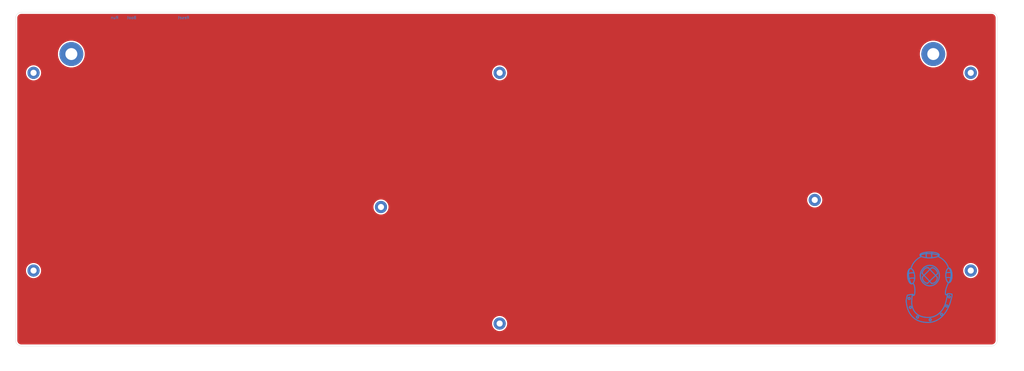
<source format=kicad_pcb>
(kicad_pcb (version 20171130) (host pcbnew "(5.1.10)-1")

  (general
    (thickness 1.6)
    (drawings 484)
    (tracks 0)
    (zones 0)
    (modules 10)
    (nets 1)
  )

  (page User 450.012 250.012)
  (title_block
    (title "PyKey87 Bottom Plate")
    (date 2021-11-12)
    (comment 1 "nitronarcosis & Pierre Constantineau")
  )

  (layers
    (0 F.Cu signal)
    (31 B.Cu signal)
    (32 B.Adhes user)
    (33 F.Adhes user)
    (34 B.Paste user)
    (35 F.Paste user)
    (36 B.SilkS user)
    (37 F.SilkS user)
    (38 B.Mask user)
    (39 F.Mask user)
    (40 Dwgs.User user)
    (41 Cmts.User user)
    (42 Eco1.User user)
    (43 Eco2.User user)
    (44 Edge.Cuts user)
    (45 Margin user)
    (46 B.CrtYd user)
    (47 F.CrtYd user)
    (48 B.Fab user)
    (49 F.Fab user)
  )

  (setup
    (last_trace_width 0.25)
    (trace_clearance 0.2)
    (zone_clearance 0.508)
    (zone_45_only no)
    (trace_min 0.2)
    (via_size 0.8)
    (via_drill 0.4)
    (via_min_size 0.4)
    (via_min_drill 0.3)
    (uvia_size 0.3)
    (uvia_drill 0.1)
    (uvias_allowed no)
    (uvia_min_size 0.2)
    (uvia_min_drill 0.1)
    (edge_width 0.05)
    (segment_width 0.2)
    (pcb_text_width 0.3)
    (pcb_text_size 1.5 1.5)
    (mod_edge_width 0.12)
    (mod_text_size 1 1)
    (mod_text_width 0.15)
    (pad_size 4.4 4.4)
    (pad_drill 2.2)
    (pad_to_mask_clearance 0.051)
    (solder_mask_min_width 0.25)
    (aux_axis_origin 0 0)
    (visible_elements 7FFFFFFF)
    (pcbplotparams
      (layerselection 0x010fc_ffffffff)
      (usegerberextensions true)
      (usegerberattributes true)
      (usegerberadvancedattributes false)
      (creategerberjobfile false)
      (excludeedgelayer true)
      (linewidth 0.100000)
      (plotframeref false)
      (viasonmask false)
      (mode 1)
      (useauxorigin false)
      (hpglpennumber 1)
      (hpglpenspeed 20)
      (hpglpendiameter 15.000000)
      (psnegative false)
      (psa4output false)
      (plotreference true)
      (plotvalue true)
      (plotinvisibletext false)
      (padsonsilk false)
      (subtractmaskfromsilk true)
      (outputformat 1)
      (mirror false)
      (drillshape 0)
      (scaleselection 1)
      (outputdirectory "Gerber/"))
  )

  (net 0 "")

  (net_class Default "This is the default net class."
    (clearance 0.2)
    (trace_width 0.25)
    (via_dia 0.8)
    (via_drill 0.4)
    (uvia_dia 0.3)
    (uvia_drill 0.1)
  )

  (module MountingHole:MountingHole_2.2mm_M2_Pad (layer F.Cu) (tedit 619176EA) (tstamp 618E17F5)
    (at 65.405 132.875)
    (descr "Mounting Hole 2.2mm, M2")
    (tags "mounting hole 2.2mm m2")
    (path /618E2E1F)
    (attr virtual)
    (fp_text reference H4 (at 0 -3.7) (layer F.SilkS) hide
      (effects (font (size 1 1) (thickness 0.15)))
    )
    (fp_text value MountingHole_Pad (at 0 3.7) (layer F.Fab)
      (effects (font (size 1 1) (thickness 0.15)))
    )
    (fp_circle (center 0 0) (end 2.2 0) (layer Cmts.User) (width 0.15))
    (fp_circle (center 0 0) (end 2.45 0) (layer F.CrtYd) (width 0.05))
    (fp_text user %R (at 0.3 0) (layer F.Fab)
      (effects (font (size 1 1) (thickness 0.15)))
    )
    (pad "" thru_hole circle (at 0 0) (size 4.4 4.4) (drill 2.2) (layers *.Cu *.Mask))
  )

  (module MountingHole:MountingHole_2.2mm_M2_Pad (layer F.Cu) (tedit 61917765) (tstamp 618F6403)
    (at 190.365 110.015)
    (descr "Mounting Hole 2.2mm, M2")
    (tags "mounting hole 2.2mm m2")
    (path /618F6366)
    (attr virtual)
    (fp_text reference H8 (at 0 -3.2) (layer F.SilkS) hide
      (effects (font (size 1 1) (thickness 0.15)))
    )
    (fp_text value MountingHole_Pad (at 0 3.2) (layer F.Fab)
      (effects (font (size 1 1) (thickness 0.15)))
    )
    (fp_circle (center 0 0) (end 2.2 0) (layer Cmts.User) (width 0.15))
    (fp_circle (center 0 0) (end 2.45 0) (layer F.CrtYd) (width 0.05))
    (fp_text user %R (at 0.3 0) (layer F.Fab)
      (effects (font (size 1 1) (thickness 0.15)))
    )
    (pad "" thru_hole circle (at 0 0) (size 4.4 4.4) (drill 2.2) (layers *.Cu *.Mask))
  )

  (module MountingHole:MountingHole_2.2mm_M2_Pad (layer F.Cu) (tedit 6191777B) (tstamp 618F25D1)
    (at 346.375 107.475)
    (descr "Mounting Hole 2.2mm, M2")
    (tags "mounting hole 2.2mm m2")
    (path /618ECBEC)
    (attr virtual)
    (fp_text reference H7 (at 0 -3.7) (layer F.SilkS) hide
      (effects (font (size 1 1) (thickness 0.15)))
    )
    (fp_text value MountingHole_Pad (at 0 3.7) (layer F.Fab)
      (effects (font (size 1 1) (thickness 0.15)))
    )
    (fp_circle (center 0 0) (end 2.2 0) (layer Cmts.User) (width 0.15))
    (fp_circle (center 0 0) (end 2.45 0) (layer F.CrtYd) (width 0.05))
    (fp_text user %R (at 0.3 0) (layer F.Fab)
      (effects (font (size 1 1) (thickness 0.15)))
    )
    (pad "" thru_hole circle (at 0 0) (size 4.4 4.4) (drill 2.2) (layers *.Cu *.Mask))
  )

  (module MountingHole:MountingHole_2.2mm_M2_Pad (layer F.Cu) (tedit 6191779B) (tstamp 618E1805)
    (at 402.495 132.875)
    (descr "Mounting Hole 2.2mm, M2")
    (tags "mounting hole 2.2mm m2")
    (path /618E32F3)
    (attr virtual)
    (fp_text reference H6 (at 0 -3.7) (layer F.SilkS) hide
      (effects (font (size 1 1) (thickness 0.15)))
    )
    (fp_text value MountingHole_Pad (at 0 3.7) (layer F.Fab)
      (effects (font (size 1 1) (thickness 0.15)))
    )
    (fp_circle (center 0 0) (end 2.2 0) (layer Cmts.User) (width 0.15))
    (fp_circle (center 0 0) (end 2.45 0) (layer F.CrtYd) (width 0.05))
    (fp_text user %R (at 0.3 0) (layer F.Fab)
      (effects (font (size 1 1) (thickness 0.15)))
    )
    (pad "" thru_hole circle (at 0 0) (size 4.4 4.4) (drill 2.2) (layers *.Cu *.Mask))
  )

  (module MountingHole:MountingHole_2.2mm_M2_Pad (layer F.Cu) (tedit 61917813) (tstamp 618E17FD)
    (at 233.045 151.925)
    (descr "Mounting Hole 2.2mm, M2")
    (tags "mounting hole 2.2mm m2")
    (path /618E2631)
    (attr virtual)
    (fp_text reference H5 (at 0 -3.7) (layer F.SilkS) hide
      (effects (font (size 1 1) (thickness 0.15)))
    )
    (fp_text value MountingHole_Pad (at 0 3.7) (layer F.Fab)
      (effects (font (size 1 1) (thickness 0.15)))
    )
    (fp_circle (center 0 0) (end 2.2 0) (layer Cmts.User) (width 0.15))
    (fp_circle (center 0 0) (end 2.45 0) (layer F.CrtYd) (width 0.05))
    (fp_text user %R (at 0.3 0) (layer F.Fab)
      (effects (font (size 1 1) (thickness 0.15)))
    )
    (pad "" thru_hole circle (at 0 0) (size 4.4 4.4) (drill 2.2) (layers *.Cu *.Mask))
  )

  (module MountingHole:MountingHole_2.2mm_M2_Pad (layer F.Cu) (tedit 6191778B) (tstamp 618E17ED)
    (at 402.495 61.755)
    (descr "Mounting Hole 2.2mm, M2")
    (tags "mounting hole 2.2mm m2")
    (path /618E2394)
    (attr virtual)
    (fp_text reference H3 (at 0 -3.7) (layer F.SilkS) hide
      (effects (font (size 1 1) (thickness 0.15)))
    )
    (fp_text value MountingHole_Pad (at 0 3.7) (layer F.Fab)
      (effects (font (size 1 1) (thickness 0.15)))
    )
    (fp_circle (center 0 0) (end 2.2 0) (layer Cmts.User) (width 0.15))
    (fp_circle (center 0 0) (end 2.45 0) (layer F.CrtYd) (width 0.05))
    (fp_text user %R (at 0.3 0) (layer F.Fab)
      (effects (font (size 1 1) (thickness 0.15)))
    )
    (pad "" thru_hole circle (at 0 0) (size 4.4 4.4) (drill 2.2) (layers *.Cu *.Mask))
  )

  (module MountingHole:MountingHole_2.2mm_M2_Pad (layer F.Cu) (tedit 619176C9) (tstamp 618E17E5)
    (at 233.045 61.755)
    (descr "Mounting Hole 2.2mm, M2")
    (tags "mounting hole 2.2mm m2")
    (path /618E16B1)
    (attr virtual)
    (fp_text reference H2 (at 0 -3.7) (layer F.SilkS) hide
      (effects (font (size 1 1) (thickness 0.15)))
    )
    (fp_text value MountingHole_Pad (at 0 3.7) (layer F.Fab)
      (effects (font (size 1 1) (thickness 0.15)))
    )
    (fp_circle (center 0 0) (end 2.2 0) (layer Cmts.User) (width 0.15))
    (fp_circle (center 0 0) (end 2.45 0) (layer F.CrtYd) (width 0.05))
    (fp_text user %R (at 0.3 0) (layer F.Fab)
      (effects (font (size 1 1) (thickness 0.15)))
    )
    (pad "" thru_hole circle (at 0 0) (size 4.4 4.4) (drill 2.2) (layers *.Cu *.Mask))
  )

  (module MountingHole:MountingHole_2.2mm_M2_Pad (layer F.Cu) (tedit 619176B5) (tstamp 618E17DD)
    (at 65.405 61.755)
    (descr "Mounting Hole 2.2mm, M2")
    (tags "mounting hole 2.2mm m2")
    (path /618E2AF4)
    (attr virtual)
    (fp_text reference H1 (at 0 -3.7) (layer F.SilkS) hide
      (effects (font (size 1 1) (thickness 0.15)))
    )
    (fp_text value MountingHole_Pad (at 0 3.7) (layer F.Fab) hide
      (effects (font (size 1 1) (thickness 0.15)))
    )
    (fp_circle (center 0 0) (end 2.2 0) (layer Cmts.User) (width 0.15))
    (fp_circle (center 0 0) (end 2.45 0) (layer F.CrtYd) (width 0.05))
    (fp_text user %R (at 0.3 0) (layer F.Fab) hide
      (effects (font (size 1 1) (thickness 0.15)))
    )
    (pad "" thru_hole circle (at 0 0) (size 4.4 4.4) (drill 2.2) (layers *.Cu *.Mask))
  )

  (module MountingHole:MountingHole_4.3mm_M4_Pad (layer F.Cu) (tedit 61917782) (tstamp 618E1C07)
    (at 389 55)
    (descr "Mounting Hole 4.3mm, M4")
    (tags "mounting hole 4.3mm m4")
    (path /618E4FDD)
    (attr virtual)
    (fp_text reference H10 (at 0 -5.3) (layer F.SilkS) hide
      (effects (font (size 1 1) (thickness 0.15)))
    )
    (fp_text value MountingHole_Pad (at 0 5.3) (layer F.Fab)
      (effects (font (size 1 1) (thickness 0.15)))
    )
    (fp_circle (center 0 0) (end 4.3 0) (layer Cmts.User) (width 0.15))
    (fp_circle (center 0 0) (end 4.55 0) (layer F.CrtYd) (width 0.05))
    (fp_text user %R (at 0.3 0) (layer F.Fab)
      (effects (font (size 1 1) (thickness 0.15)))
    )
    (pad "" thru_hole circle (at 0 0) (size 8.6 8.6) (drill 4.3) (layers *.Cu *.Mask))
  )

  (module MountingHole:MountingHole_4.3mm_M4_Pad (layer F.Cu) (tedit 619176A5) (tstamp 618E1BFF)
    (at 79 55)
    (descr "Mounting Hole 4.3mm, M4")
    (tags "mounting hole 4.3mm m4")
    (path /618E47BC)
    (attr virtual)
    (fp_text reference H9 (at 0 -5.3) (layer F.SilkS) hide
      (effects (font (size 1 1) (thickness 0.15)))
    )
    (fp_text value MountingHole_Pad (at 0 5.3) (layer F.Fab) hide
      (effects (font (size 1 1) (thickness 0.15)))
    )
    (fp_circle (center 0 0) (end 4.3 0) (layer Cmts.User) (width 0.15))
    (fp_circle (center 0 0) (end 4.55 0) (layer F.CrtYd) (width 0.05))
    (fp_text user %R (at 0.3 0) (layer F.Fab) hide
      (effects (font (size 1 1) (thickness 0.15)))
    )
    (pad "" thru_hole circle (at 0 0) (size 8.6 8.6) (drill 4.3) (layers *.Cu *.Mask))
  )

  (gr_line (start 395.409885 134.276167) (end 395.401065 134.704387) (layer B.Cu) (width 0.36) (tstamp 61932DDF))
  (gr_line (start 388.428765 127.578601) (end 388.427685 127.260433) (layer B.Cu) (width 0.36) (tstamp 61932DD3))
  (gr_line (start 385.875663 137.029447) (end 386.197682 137.249227) (layer B.Cu) (width 0.36) (tstamp 61932DC9))
  (gr_line (start 385.801935 126.861949) (end 386.305809 126.796411) (layer B.Cu) (width 0.36) (tstamp 61932DC8))
  (gr_line (start 395.170485 132.924295) (end 395.301705 133.381567) (layer B.Cu) (width 0.36) (tstamp 61932DC6))
  (gr_line (start 386.473766 127.154413) (end 386.456685 127.413037) (layer B.Cu) (width 0.36) (tstamp 61932DC4))
  (gr_line (start 382.294414 135.900867) (end 382.210034 136.378365) (layer B.Cu) (width 0.36) (tstamp 61932DE5))
  (gr_line (start 395.105504 133.599367) (end 394.766205 133.558507) (layer B.Cu) (width 0.36) (tstamp 61932DD9))
  (gr_line (start 386.464731 127.678555) (end 386.503809 127.944559) (layer B.Cu) (width 0.36) (tstamp 61932DC5))
  (gr_line (start 381.478886 137.582242) (end 381.232048 137.646216) (layer B.Cu) (width 0.36) (tstamp 61932DE9))
  (gr_line (start 391.974405 128.503729) (end 392.551485 128.950885) (layer B.Cu) (width 0.36) (tstamp 61932DF6))
  (gr_line (start 389.951385 127.045927) (end 390.341985 127.149229) (layer B.Cu) (width 0.36) (tstamp 61932DE0))
  (gr_line (start 393.528884 130.003057) (end 393.919125 130.602637) (layer B.Cu) (width 0.36) (tstamp 61932DEE))
  (gr_line (start 381.529365 130.787659) (end 381.911703 130.161781) (layer B.Cu) (width 0.36) (tstamp 61932DE2))
  (gr_line (start 388.427685 127.260433) (end 388.451625 126.960176) (layer B.Cu) (width 0.36) (tstamp 61932DD8))
  (gr_line (start 380.593881 132.22389) (end 380.717893 132.176803) (layer B.Cu) (width 0.36) (tstamp 61932DE7))
  (gr_line (start 386.197682 137.249227) (end 386.528936 137.385847) (layer B.Cu) (width 0.36) (tstamp 61932DD7))
  (gr_line (start 380.240025 132.919507) (end 380.152221 133.372387) (layer B.Cu) (width 0.36) (tstamp 61932DD6))
  (gr_line (start 395.379105 133.833727) (end 395.409885 134.276167) (layer B.Cu) (width 0.36) (tstamp 61932DC7))
  (gr_line (start 395.401065 134.704387) (end 395.359845 135.113707) (layer B.Cu) (width 0.36) (tstamp 61932DDE))
  (gr_line (start 379.932371 136.002904) (end 379.823966 135.493751) (layer B.Cu) (width 0.36) (tstamp 61932DF3))
  (gr_line (start 381.2216 131.454505) (end 381.529365 130.787659) (layer B.Cu) (width 0.36) (tstamp 61932DF0))
  (gr_line (start 381.70662 137.416255) (end 381.478886 137.582242) (layer B.Cu) (width 0.36) (tstamp 61932DEB))
  (gr_line (start 386.676483 126.316063) (end 386.559987 126.683246) (layer B.Cu) (width 0.36) (tstamp 61932DD5))
  (gr_line (start 384.081369 128.166517) (end 384.757521 127.819405) (layer B.Cu) (width 0.36) (tstamp 61932DF5))
  (gr_line (start 395.292885 135.499447) (end 395.110725 136.182187) (layer B.Cu) (width 0.36) (tstamp 61932DCC))
  (gr_line (start 395.146185 135.440948) (end 395.336625 135.513848) (layer B.Cu) (width 0.36) (tstamp 61932DD0))
  (gr_line (start 380.847603 132.15699) (end 380.979297 132.165511) (layer B.Cu) (width 0.36) (tstamp 61932DED))
  (gr_line (start 380.717893 132.176803) (end 380.847603 132.15699) (layer B.Cu) (width 0.36) (tstamp 61932DEA))
  (gr_line (start 385.339101 126.961147) (end 385.801935 126.861949) (layer B.Cu) (width 0.36) (tstamp 61932DDD))
  (gr_line (start 384.319563 127.488727) (end 384.585657 127.271755) (layer B.Cu) (width 0.36) (tstamp 61932DDA))
  (gr_line (start 390.341985 127.149229) (end 390.663105 127.261045) (layer B.Cu) (width 0.36) (tstamp 61932DD2))
  (gr_line (start 395.336625 135.513848) (end 395.641905 135.710047) (layer B.Cu) (width 0.36) (tstamp 61932DD1))
  (gr_line (start 393.641565 135.400447) (end 394.371105 135.344827) (layer B.Cu) (width 0.36) (tstamp 61932DCF))
  (gr_line (start 386.503809 127.944559) (end 386.579733 128.204677) (layer B.Cu) (width 0.36) (tstamp 61932DCE))
  (gr_line (start 382.363341 129.581785) (end 382.879005 129.052639) (layer B.Cu) (width 0.36) (tstamp 61932DE4))
  (gr_line (start 394.766205 133.558507) (end 394.427445 133.557247) (layer B.Cu) (width 0.36) (tstamp 61932DCD))
  (gr_line (start 395.301705 133.381567) (end 395.379105 133.833727) (layer B.Cu) (width 0.36) (tstamp 61932DCB))
  (gr_line (start 379.872352 133.412908) (end 380 133) (layer B.Cu) (width 0.36) (tstamp 61932DF4))
  (gr_line (start 390.668505 127.780939) (end 391.345125 128.112841) (layer B.Cu) (width 0.36) (tstamp 61932DF2))
  (gr_line (start 380.365131 132.394172) (end 380.593881 132.22389) (layer B.Cu) (width 0.36) (tstamp 61932DE6))
  (gr_line (start 382.879005 129.052639) (end 383.453439 128.579239) (layer B.Cu) (width 0.36) (tstamp 61932DF1))
  (gr_line (start 380 133) (end 380.165705 132.656588) (layer B.Cu) (width 0.36) (tstamp 61932DE8))
  (gr_line (start 386.456685 127.413037) (end 386.464731 127.678555) (layer B.Cu) (width 0.36) (tstamp 61932DDC))
  (gr_line (start 380.378517 132.469759) (end 380.240025 132.919507) (layer B.Cu) (width 0.36) (tstamp 61932DD4))
  (gr_line (start 380.165705 132.656588) (end 380.365131 132.394172) (layer B.Cu) (width 0.36) (tstamp 61932DE3))
  (gr_line (start 384.585657 127.271755) (end 384.929583 127.096813) (layer B.Cu) (width 0.36) (tstamp 61932DCA))
  (gr_line (start 380.728225 137.45852) (end 380.490531 137.215742) (layer B.Cu) (width 0.36) (tstamp 61932DEF))
  (gr_line (start 386.559987 126.683246) (end 386.473766 127.154413) (layer B.Cu) (width 0.36) (tstamp 61932DDB))
  (gr_line (start 381.232048 137.646216) (end 380.977765 137.60389) (layer B.Cu) (width 0.36) (tstamp 61932DEC))
  (gr_line (start 385.582911 136.739647) (end 385.875663 137.029447) (layer B.Cu) (width 0.36) (tstamp 61932DE1))
  (gr_line (start 382.210034 136.378365) (end 382.079655 136.803278) (layer B.Cu) (width 0.36) (tstamp 61932DF9))
  (gr_line (start 393.071325 129.451573) (end 393.528884 130.003057) (layer B.Cu) (width 0.36) (tstamp 61932DF8))
  (gr_line (start 391.345125 128.112841) (end 391.974405 128.503729) (layer B.Cu) (width 0.36) (tstamp 61932DF7))
  (gr_line (start 379.74873 134.402513) (end 379.787137 133.884137) (layer B.Cu) (width 0.36) (tstamp 61932E0B))
  (gr_line (start 380.993667 132.157387) (end 381.2216 131.454505) (layer B.Cu) (width 0.36) (tstamp 61932E06))
  (gr_line (start 392.551485 128.950885) (end 393.071325 129.451573) (layer B.Cu) (width 0.36) (tstamp 61932DFF))
  (gr_line (start 379.787137 133.884137) (end 379.872352 133.412908) (layer B.Cu) (width 0.36) (tstamp 61932E0A))
  (gr_line (start 394.237185 131.247577) (end 394.477845 131.935159) (layer B.Cu) (width 0.36) (tstamp 61932E07))
  (gr_line (start 386.999763 126.23771) (end 387.676365 126.217459) (layer B.Cu) (width 0.36) (tstamp 61932E12))
  (gr_line (start 386.999763 128.286902) (end 386.355291 128.227645) (layer B.Cu) (width 0.36) (tstamp 61932E0E))
  (gr_line (start 379.761508 134.95686) (end 379.74873 134.402513) (layer B.Cu) (width 0.36) (tstamp 61932E09))
  (gr_line (start 393.919125 130.602637) (end 394.237185 131.247577) (layer B.Cu) (width 0.36) (tstamp 61932E05))
  (gr_line (start 382.318166 134.846417) (end 382.331044 135.38545) (layer B.Cu) (width 0.36) (tstamp 61932E08))
  (gr_line (start 380.082924 136.470252) (end 379.932371 136.002904) (layer B.Cu) (width 0.36) (tstamp 61932E03))
  (gr_line (start 380.271837 136.881372) (end 380.082924 136.470252) (layer B.Cu) (width 0.36) (tstamp 61932E02))
  (gr_line (start 380.977765 137.60389) (end 380.728225 137.45852) (layer B.Cu) (width 0.36) (tstamp 61932E01))
  (gr_line (start 383.453439 128.579239) (end 384.081369 128.166517) (layer B.Cu) (width 0.36) (tstamp 61932E00))
  (gr_line (start 384.224163 127.262305) (end 384.241047 127.159039) (layer B.Cu) (width 0.36) (tstamp 61932E11))
  (gr_line (start 389.020245 128.225053) (end 388.372065 128.285947) (layer B.Cu) (width 0.36) (tstamp 61932E10))
  (gr_line (start 381.908976 137.154468) (end 381.70662 137.416255) (layer B.Cu) (width 0.36) (tstamp 61932DFE))
  (gr_line (start 388.372065 128.285947) (end 387.676365 128.307169) (layer B.Cu) (width 0.36) (tstamp 61932E0C))
  (gr_line (start 386.355291 126.296983) (end 386.999763 126.23771) (layer B.Cu) (width 0.36) (tstamp 61932E0D))
  (gr_line (start 382.079655 136.803278) (end 381.908976 137.154468) (layer B.Cu) (width 0.36) (tstamp 61932DFD))
  (gr_line (start 390.539085 127.846495) (end 390.117525 128.001133) (layer B.Cu) (width 0.36) (tstamp 61932E0F))
  (gr_line (start 379.823966 135.493751) (end 379.761508 134.95686) (layer B.Cu) (width 0.36) (tstamp 61932E04))
  (gr_line (start 382.331044 135.38545) (end 382.294414 135.900867) (layer B.Cu) (width 0.36) (tstamp 61932DFC))
  (gr_line (start 380.490531 137.215742) (end 380.271837 136.881372) (layer B.Cu) (width 0.36) (tstamp 61932DFB))
  (gr_line (start 381.911703 130.161781) (end 382.363341 129.581785) (layer B.Cu) (width 0.36) (tstamp 61932DFA))
  (gr_line (start 389.531085 149.278267) (end 389.011065 149.473387) (layer B.Cu) (width 0.36) (tstamp 61932EDE))
  (gr_line (start 394.209824 141.230827) (end 394.384424 141.218947) (layer B.Cu) (width 0.36) (tstamp 61932ED2))
  (gr_line (start 391.298685 148.098727) (end 390.903404 148.443607) (layer B.Cu) (width 0.36) (tstamp 61932ECD))
  (gr_line (start 384.973233 149.448907) (end 384.475479 149.282767) (layer B.Cu) (width 0.36) (tstamp 61932ECC))
  (gr_line (start 389.393205 131.423617) (end 389.681385 131.608909) (layer B.Cu) (width 0.36) (tstamp 61932ECA))
  (gr_line (start 387.967785 151.488847) (end 387.163545 151.535287) (layer B.Cu) (width 0.36) (tstamp 61932EC9))
  (gr_line (start 394.464345 137.255887) (end 394.049985 138.179107) (layer B.Cu) (width 0.36) (tstamp 61932EE4))
  (gr_line (start 392.926425 148.550167) (end 392.449424 149.099167) (layer B.Cu) (width 0.36) (tstamp 61932EC8))
  (gr_line (start 381.819597 137.574487) (end 381.934473 137.710027) (layer B.Cu) (width 0.36) (tstamp 61932ED8))
  (gr_line (start 391.143705 133.956307) (end 391.193565 134.314867) (layer B.Cu) (width 0.36) (tstamp 61932EC7))
  (gr_line (start 394.935225 144.881047) (end 394.701584 145.500967) (layer B.Cu) (width 0.36) (tstamp 61932EC5))
  (gr_line (start 382.123275 138.082087) (end 382.260345 138.561427) (layer B.Cu) (width 0.36) (tstamp 61932EFE))
  (gr_line (start 381.690501 137.477827) (end 381.819597 137.574487) (layer B.Cu) (width 0.36) (tstamp 61932EFA))
  (gr_line (start 393.378404 140.692987) (end 393.382185 141.272227) (layer B.Cu) (width 0.36) (tstamp 61932EF5))
  (gr_line (start 379.691817 141.754087) (end 380.408883 141.585247) (layer B.Cu) (width 0.36) (tstamp 61932EE8))
  (gr_line (start 393.569745 139.534687) (end 393.442845 140.113747) (layer B.Cu) (width 0.36) (tstamp 61932EDF))
  (gr_line (start 381.237333 144.156187) (end 381.287013 143.172127) (layer B.Cu) (width 0.36) (tstamp 61932EED))
  (gr_line (start 381.386823 142.187707) (end 381.449409 141.787207) (layer B.Cu) (width 0.36) (tstamp 61932EE1))
  (gr_line (start 395.738385 141.411187) (end 395.760164 141.459247) (layer B.Cu) (width 0.36) (tstamp 61932ED7))
  (gr_line (start 393.712305 141.578947) (end 393.842445 141.545287) (layer B.Cu) (width 0.36) (tstamp 61932EF7))
  (gr_line (start 382.475553 147.871747) (end 382.178967 147.470527) (layer B.Cu) (width 0.36) (tstamp 61932EE6))
  (gr_line (start 395.683485 141.369247) (end 395.738385 141.411187) (layer B.Cu) (width 0.36) (tstamp 61932ED6))
  (gr_line (start 384.009243 149.078467) (end 383.575335 148.835647) (layer B.Cu) (width 0.36) (tstamp 61932F01))
  (gr_line (start 393.601065 141.559147) (end 393.712305 141.578947) (layer B.Cu) (width 0.36) (tstamp 61932EF6))
  (gr_line (start 394.049985 138.179107) (end 393.752625 138.955447) (layer B.Cu) (width 0.36) (tstamp 61932F02))
  (gr_line (start 382.360784 140.901067) (end 382.291305 141.429187) (layer B.Cu) (width 0.36) (tstamp 61932EDD))
  (gr_line (start 392.568765 146.516707) (end 392.297685 146.932687) (layer B.Cu) (width 0.36) (tstamp 61932EF2))
  (gr_line (start 382.807689 148.232647) (end 382.475553 147.871747) (layer B.Cu) (width 0.36) (tstamp 61932ED5))
  (gr_line (start 389.011065 149.473387) (end 388.459905 149.618827) (layer B.Cu) (width 0.36) (tstamp 61932EFF))
  (gr_line (start 382.178967 147.470527) (end 381.918723 147.028627) (layer B.Cu) (width 0.36) (tstamp 61932EEF))
  (gr_line (start 386.647539 149.723047) (end 386.060055 149.668687) (layer B.Cu) (width 0.36) (tstamp 61932EEA))
  (gr_line (start 383.575335 148.835647) (end 383.174547 148.553767) (layer B.Cu) (width 0.36) (tstamp 61932ED4))
  (gr_line (start 391.373385 150.077647) (end 390.774165 150.492727) (layer B.Cu) (width 0.36) (tstamp 61932ECB))
  (gr_line (start 381.918723 147.028627) (end 381.695631 146.545687) (layer B.Cu) (width 0.36) (tstamp 61932EF4))
  (gr_line (start 390.948944 133.267267) (end 391.061805 133.606207) (layer B.Cu) (width 0.36) (tstamp 61932EC6))
  (gr_line (start 382.395902 140.317867) (end 382.360784 140.901067) (layer B.Cu) (width 0.36) (tstamp 61932F00))
  (gr_line (start 381.695631 146.545687) (end 381.510483 146.021347) (layer B.Cu) (width 0.36) (tstamp 61932EEC))
  (gr_line (start 392.297685 146.932687) (end 391.995645 147.338407) (layer B.Cu) (width 0.36) (tstamp 61932EE9))
  (gr_line (start 382.393184 139.711807) (end 382.395902 140.317867) (layer B.Cu) (width 0.36) (tstamp 61932EDC))
  (gr_line (start 395.494665 141.302827) (end 395.683485 141.369247) (layer B.Cu) (width 0.36) (tstamp 61932ED9))
  (gr_line (start 384.475479 149.282767) (end 384.009243 149.078467) (layer B.Cu) (width 0.36) (tstamp 61932EFD))
  (gr_line (start 381.934473 137.710027) (end 382.123275 138.082087) (layer B.Cu) (width 0.36) (tstamp 61932EFB))
  (gr_line (start 381.449409 141.787207) (end 381.517215 141.496687) (layer B.Cu) (width 0.36) (tstamp 61932ED1))
  (gr_line (start 393.842445 141.545287) (end 393.990045 141.441247) (layer B.Cu) (width 0.36) (tstamp 61932EE3))
  (gr_line (start 391.662645 147.728647) (end 391.298685 148.098727) (layer B.Cu) (width 0.36) (tstamp 61932ED0))
  (gr_line (start 390.477165 148.758427) (end 390.019785 149.038327) (layer B.Cu) (width 0.36) (tstamp 61932EFC))
  (gr_line (start 393.990045 141.441247) (end 394.153125 141.250447) (layer B.Cu) (width 0.36) (tstamp 61932EF9))
  (gr_line (start 393.752625 138.955447) (end 393.569745 139.534687) (layer B.Cu) (width 0.36) (tstamp 61932EF3))
  (gr_line (start 394.933965 141.229567) (end 395.494665 141.302827) (layer B.Cu) (width 0.36) (tstamp 61932EF1))
  (gr_line (start 390.019785 149.038327) (end 389.531085 149.278267) (layer B.Cu) (width 0.36) (tstamp 61932EDB))
  (gr_line (start 382.260345 138.561427) (end 382.349157 139.115468) (layer B.Cu) (width 0.36) (tstamp 61932EE5))
  (gr_line (start 393.510704 141.501907) (end 393.601065 141.559147) (layer B.Cu) (width 0.36) (tstamp 61932EF0))
  (gr_line (start 382.349157 139.115468) (end 382.393184 139.711807) (layer B.Cu) (width 0.36) (tstamp 61932EE7))
  (gr_line (start 381.287013 143.172127) (end 381.386823 142.187707) (layer B.Cu) (width 0.36) (tstamp 61932ECF))
  (gr_line (start 394.384424 141.218947) (end 394.933965 141.229567) (layer B.Cu) (width 0.36) (tstamp 61932ED3))
  (gr_line (start 381.257276 144.846128) (end 381.237333 144.156187) (layer B.Cu) (width 0.36) (tstamp 61932ECE))
  (gr_line (start 386.060055 149.668687) (end 385.501695 149.577427) (layer B.Cu) (width 0.36) (tstamp 61932EF8))
  (gr_line (start 393.442845 140.113747) (end 393.378404 140.692987) (layer B.Cu) (width 0.36) (tstamp 61932EE2))
  (gr_line (start 387.877245 149.709727) (end 387.263265 149.741227) (layer B.Cu) (width 0.36) (tstamp 61932EEE))
  (gr_line (start 393.382185 141.272227) (end 393.442845 141.424147) (layer B.Cu) (width 0.36) (tstamp 61932EDA))
  (gr_line (start 391.995645 147.338407) (end 391.662645 147.728647) (layer B.Cu) (width 0.36) (tstamp 61932EEB))
  (gr_line (start 383.174547 148.553767) (end 382.807689 148.232647) (layer B.Cu) (width 0.36) (tstamp 61932EE0))
  (gr_line (start 387.640886 150.265477) (end 388.045889 150.183086) (layer B.Cu) (width 0.36) (tstamp 61932F6E))
  (gr_line (start 380.361903 135.757028) (end 380.770521 135.625447) (layer B.Cu) (width 0.36) (tstamp 61932F68))
  (gr_line (start 393.724789 146.013994) (end 393.450945 145.704431) (layer B.Cu) (width 0.36) (tstamp 61932F71))
  (gr_line (start 379.763943 134.254567) (end 379.884885 134.129107) (layer B.Cu) (width 0.36) (tstamp 61932F63))
  (gr_line (start 380.651726 146.50215) (end 380.377883 146.192587) (layer B.Cu) (width 0.36) (tstamp 61932F7A))
  (gr_line (start 394.463167 142.014446) (end 394.86817 141.932055) (layer B.Cu) (width 0.36) (tstamp 61932F5A))
  (gr_line (start 381.187889 146.027805) (end 381.05673 146.419759) (layer B.Cu) (width 0.36) (tstamp 61932F74))
  (gr_line (start 381.05673 146.419759) (end 380.651726 146.50215) (layer B.Cu) (width 0.36) (tstamp 61932F62))
  (gr_line (start 394.260951 145.539649) (end 394.129792 145.931603) (layer B.Cu) (width 0.36) (tstamp 61932F4D))
  (gr_line (start 383.461983 149.21868) (end 383.735826 149.528242) (layer B.Cu) (width 0.36) (tstamp 61932F75))
  (gr_line (start 388.319733 150.492649) (end 388.188573 150.884602) (layer B.Cu) (width 0.36) (tstamp 61932F61))
  (gr_line (start 391.557851 148.704806) (end 391.689011 148.312852) (layer B.Cu) (width 0.36) (tstamp 61932F4B))
  (gr_line (start 391.689011 148.312852) (end 392.094014 148.230461) (layer B.Cu) (width 0.36) (tstamp 61932F45))
  (gr_line (start 387.78357 150.966994) (end 387.509726 150.657431) (layer B.Cu) (width 0.36) (tstamp 61932F77))
  (gr_line (start 380.353875 133.853167) (end 380.719239 133.742467) (layer B.Cu) (width 0.36) (tstamp 61932F65))
  (gr_line (start 379.925445 142.9779) (end 380.056604 142.585946) (layer B.Cu) (width 0.36) (tstamp 61932F73))
  (gr_line (start 380.582835 136.574048) (end 380.794083 137.095327) (layer B.Cu) (width 0.36) (tstamp 61932F44))
  (gr_line (start 380.794083 137.095327) (end 381.018363 137.554867) (layer B.Cu) (width 0.36) (tstamp 61932F41))
  (gr_line (start 381.166034 135.561187) (end 381.531039 135.548227) (layer B.Cu) (width 0.36) (tstamp 61932F72))
  (gr_line (start 394.86817 141.932055) (end 395.142014 142.241617) (layer B.Cu) (width 0.36) (tstamp 61932F3F))
  (gr_line (start 383.604667 149.920196) (end 383.199664 150.002587) (layer B.Cu) (width 0.36) (tstamp 61932F47))
  (gr_line (start 392.094014 148.230461) (end 392.367858 148.540024) (layer B.Cu) (width 0.36) (tstamp 61932F67))
  (gr_line (start 380.199289 143.287462) (end 379.925445 142.9779) (layer B.Cu) (width 0.36) (tstamp 61932F69))
  (gr_line (start 383.199664 150.002587) (end 382.92582 149.693025) (layer B.Cu) (width 0.36) (tstamp 61932F76))
  (gr_line (start 380.735451 142.813117) (end 380.604292 143.205071) (layer B.Cu) (width 0.36) (tstamp 61932F56))
  (gr_line (start 379.957569 135.972127) (end 380.361903 135.757028) (layer B.Cu) (width 0.36) (tstamp 61932F60))
  (gr_line (start 394.129792 145.931603) (end 393.724789 146.013994) (layer B.Cu) (width 0.36) (tstamp 61932F6F))
  (gr_line (start 381.981705 133.697647) (end 382.104411 133.743187) (layer B.Cu) (width 0.36) (tstamp 61932F5D))
  (gr_line (start 388.045889 150.183086) (end 388.319733 150.492649) (layer B.Cu) (width 0.36) (tstamp 61932F50))
  (gr_line (start 380.509042 145.800634) (end 380.914045 145.718242) (layer B.Cu) (width 0.36) (tstamp 61932F4A))
  (gr_line (start 386.597733 131.875957) (end 386.405061 131.935231) (layer B.Cu) (width 0.36) (tstamp 61932F3E))
  (gr_line (start 380.377883 146.192587) (end 380.509042 145.800634) (layer B.Cu) (width 0.36) (tstamp 61932F52))
  (gr_line (start 380.056604 142.585946) (end 380.461607 142.503555) (layer B.Cu) (width 0.36) (tstamp 61932F6B))
  (gr_line (start 381.093315 133.680007) (end 381.447519 133.657507) (layer B.Cu) (width 0.36) (tstamp 61932F59))
  (gr_line (start 395.010854 142.633571) (end 394.605852 142.715962) (layer B.Cu) (width 0.36) (tstamp 61932F4F))
  (gr_line (start 394.605852 142.715962) (end 394.332008 142.4064) (layer B.Cu) (width 0.36) (tstamp 61932F7B))
  (gr_line (start 380.914045 145.718242) (end 381.187889 146.027805) (layer B.Cu) (width 0.36) (tstamp 61932F6D))
  (gr_line (start 383.735826 149.528242) (end 383.604667 149.920196) (layer B.Cu) (width 0.36) (tstamp 61932F5E))
  (gr_line (start 381.753195 133.666147) (end 381.981705 133.697647) (layer B.Cu) (width 0.36) (tstamp 61932F5C))
  (gr_line (start 388.188573 150.884602) (end 387.78357 150.966994) (layer B.Cu) (width 0.36) (tstamp 61932F5B))
  (gr_line (start 380.604292 143.205071) (end 380.199289 143.287462) (layer B.Cu) (width 0.36) (tstamp 61932F51))
  (gr_line (start 381.848145 135.570547) (end 382.099947 135.612307) (layer B.Cu) (width 0.36) (tstamp 61932F49))
  (gr_line (start 393.582104 145.312477) (end 393.987107 145.230086) (layer B.Cu) (width 0.36) (tstamp 61932F4C))
  (gr_line (start 380.461607 142.503555) (end 380.735451 142.813117) (layer B.Cu) (width 0.36) (tstamp 61932F42))
  (gr_line (start 381.683319 141.511447) (end 381.757353 141.681727) (layer B.Cu) (width 0.36) (tstamp 61932F3D))
  (gr_line (start 382.099947 135.612307) (end 382.338051 135.690068) (layer B.Cu) (width 0.36) (tstamp 61932F6A))
  (gr_line (start 392.367858 148.540024) (end 392.236698 148.931978) (layer B.Cu) (width 0.36) (tstamp 61932F46))
  (gr_line (start 380.366943 135.905707) (end 380.582835 136.574048) (layer B.Cu) (width 0.36) (tstamp 61932F4E))
  (gr_line (start 387.509726 150.657431) (end 387.640886 150.265477) (layer B.Cu) (width 0.36) (tstamp 61932F55))
  (gr_line (start 391.831695 149.014369) (end 391.557851 148.704806) (layer B.Cu) (width 0.36) (tstamp 61932F66))
  (gr_line (start 381.531039 135.548227) (end 381.848145 135.570547) (layer B.Cu) (width 0.36) (tstamp 61932F54))
  (gr_line (start 393.450945 145.704431) (end 393.582104 145.312477) (layer B.Cu) (width 0.36) (tstamp 61932F57))
  (gr_line (start 392.236698 148.931978) (end 391.831695 149.014369) (layer B.Cu) (width 0.36) (tstamp 61932F64))
  (gr_line (start 381.447519 133.657507) (end 381.753195 133.666147) (layer B.Cu) (width 0.36) (tstamp 61932F48))
  (gr_line (start 379.884885 134.129107) (end 380.025897 134.021107) (layer B.Cu) (width 0.36) (tstamp 61932F43))
  (gr_line (start 382.92582 149.693025) (end 383.05698 149.301071) (layer B.Cu) (width 0.36) (tstamp 61932F70))
  (gr_line (start 394.332008 142.4064) (end 394.463167 142.014446) (layer B.Cu) (width 0.36) (tstamp 61932F58))
  (gr_line (start 395.142014 142.241617) (end 395.010854 142.633571) (layer B.Cu) (width 0.36) (tstamp 61932F40))
  (gr_line (start 388.073085 137.146807) (end 388.345425 137.438407) (layer B.Cu) (width 0.36) (tstamp 61932F3C))
  (gr_line (start 380.719239 133.742467) (end 381.093315 133.680007) (layer B.Cu) (width 0.36) (tstamp 61932F53))
  (gr_line (start 383.05698 149.301071) (end 383.461983 149.21868) (layer B.Cu) (width 0.36) (tstamp 61932F6C))
  (gr_line (start 380.025897 134.021107) (end 380.353875 133.853167) (layer B.Cu) (width 0.36) (tstamp 61932F5F))
  (gr_line (start 393.987107 145.230086) (end 394.260951 145.539649) (layer B.Cu) (width 0.36) (tstamp 61932F78))
  (gr_line (start 380.770521 135.625447) (end 381.166034 135.561187) (layer B.Cu) (width 0.36) (tstamp 61932F79))
  (gr_line (start 388.869045 131.886955) (end 388.681125 131.868163) (layer B.Cu) (width 0.36) (tstamp 61932F2E))
  (gr_line (start 390.591825 133.906987) (end 390.523065 133.559947) (layer B.Cu) (width 0.36) (tstamp 61932F13))
  (gr_line (start 394.153125 141.250447) (end 394.209824 141.230827) (layer B.Cu) (width 0.36) (tstamp 61932F03))
  (gr_line (start 390.505065 134.030107) (end 390.591825 133.906987) (layer B.Cu) (width 0.36) (tstamp 61932F2D))
  (gr_line (start 388.320945 131.954059) (end 385.104417 135.149887) (layer B.Cu) (width 0.36) (tstamp 61932F37))
  (gr_line (start 384.985797 133.822927) (end 384.988407 133.854607) (layer B.Cu) (width 0.36) (tstamp 61932F27))
  (gr_line (start 387.013496 131.840965) (end 386.800647 131.843683) (layer B.Cu) (width 0.36) (tstamp 61932F23))
  (gr_line (start 382.046253 141.753727) (end 382.215219 141.597487) (layer B.Cu) (width 0.36) (tstamp 61932F16))
  (gr_line (start 388.345425 137.438407) (end 388.462425 137.513827) (layer B.Cu) (width 0.36) (tstamp 61932F15))
  (gr_line (start 386.978936 137.403308) (end 388.649805 135.774667) (layer B.Cu) (width 0.36) (tstamp 61932F29))
  (gr_line (start 388.649805 135.774667) (end 390.217785 134.304967) (layer B.Cu) (width 0.36) (tstamp 61932F24))
  (gr_line (start 381.757353 141.681727) (end 381.847803 141.768127) (layer B.Cu) (width 0.36) (tstamp 61932F14))
  (gr_line (start 390.217785 134.304967) (end 390.505065 134.030107) (layer B.Cu) (width 0.36) (tstamp 61932F2B))
  (gr_line (start 385.263195 133.074847) (end 385.098297 133.451047) (layer B.Cu) (width 0.36) (tstamp 61932F18))
  (gr_line (start 390.903404 148.443607) (end 390.477165 148.758427) (layer B.Cu) (width 0.36) (tstamp 61932F0A))
  (gr_line (start 381.510483 146.021347) (end 381.364107 145.454887) (layer B.Cu) (width 0.36) (tstamp 61932F09))
  (gr_line (start 389.675805 137.087407) (end 389.972445 136.799048) (layer B.Cu) (width 0.36) (tstamp 61932F21))
  (gr_line (start 388.497525 131.889187) (end 388.320945 131.954059) (layer B.Cu) (width 0.36) (tstamp 61932F36))
  (gr_line (start 388.681125 131.868163) (end 388.497525 131.889187) (layer B.Cu) (width 0.36) (tstamp 61932F35))
  (gr_line (start 388.914045 137.457847) (end 389.320845 137.311327) (layer B.Cu) (width 0.36) (tstamp 61932F26))
  (gr_line (start 388.462425 137.513827) (end 388.914045 137.457847) (layer B.Cu) (width 0.36) (tstamp 61932F30))
  (gr_line (start 390.438825 135.263648) (end 387.236085 131.870323) (layer B.Cu) (width 0.36) (tstamp 61932F33))
  (gr_line (start 390.102045 132.792031) (end 389.789385 132.435865) (layer B.Cu) (width 0.36) (tstamp 61932F31))
  (gr_line (start 385.478421 132.714757) (end 385.263195 133.074847) (layer B.Cu) (width 0.36) (tstamp 61932F2F))
  (gr_line (start 385.098297 133.451047) (end 384.985797 133.822927) (layer B.Cu) (width 0.36) (tstamp 61932F2A))
  (gr_line (start 390.203925 136.459388) (end 390.363225 136.081567) (layer B.Cu) (width 0.36) (tstamp 61932F12))
  (gr_line (start 386.051451 132.124537) (end 385.741869 132.391171) (layer B.Cu) (width 0.36) (tstamp 61932F11))
  (gr_line (start 390.523065 133.559947) (end 390.353325 133.177627) (layer B.Cu) (width 0.36) (tstamp 61932F20))
  (gr_line (start 385.741869 132.391171) (end 385.478421 132.714757) (layer B.Cu) (width 0.36) (tstamp 61932F0D))
  (gr_line (start 387.236085 131.870323) (end 387.013496 131.840965) (layer B.Cu) (width 0.36) (tstamp 61932F1E))
  (gr_line (start 393.442845 141.424147) (end 393.510704 141.501907) (layer B.Cu) (width 0.36) (tstamp 61932F08))
  (gr_line (start 382.215219 141.597487) (end 382.291305 141.429187) (layer B.Cu) (width 0.36) (tstamp 61932F22))
  (gr_line (start 390.443865 135.678547) (end 390.438825 135.263648) (layer B.Cu) (width 0.36) (tstamp 61932F39))
  (gr_line (start 386.800647 131.843683) (end 386.597733 131.875957) (layer B.Cu) (width 0.36) (tstamp 61932F2C))
  (gr_line (start 386.614959 135.552547) (end 388.073085 137.146807) (layer B.Cu) (width 0.36) (tstamp 61932F1D))
  (gr_line (start 384.988407 133.854607) (end 386.614959 135.552547) (layer B.Cu) (width 0.36) (tstamp 61932F3B))
  (gr_line (start 390.353325 133.177627) (end 390.102045 132.792031) (layer B.Cu) (width 0.36) (tstamp 61932F1A))
  (gr_line (start 392.808705 146.095148) (end 392.568765 146.516707) (layer B.Cu) (width 0.36) (tstamp 61932F07))
  (gr_line (start 381.946749 141.786667) (end 382.046253 141.753727) (layer B.Cu) (width 0.36) (tstamp 61932F10))
  (gr_line (start 387.263265 149.741227) (end 386.647539 149.723047) (layer B.Cu) (width 0.36) (tstamp 61932F06))
  (gr_line (start 389.059125 131.941477) (end 388.869045 131.886955) (layer B.Cu) (width 0.36) (tstamp 61932F1B))
  (gr_line (start 384.985797 133.822927) (end 384.985797 133.822927) (layer B.Cu) (width 0.36) (tstamp 61932F25))
  (gr_line (start 389.435145 132.141529) (end 389.059125 131.941477) (layer B.Cu) (width 0.36) (tstamp 61932F0F))
  (gr_line (start 385.501695 149.577427) (end 384.973233 149.448907) (layer B.Cu) (width 0.36) (tstamp 61932F0B))
  (gr_line (start 380.408883 141.585247) (end 381.032943 141.463207) (layer B.Cu) (width 0.36) (tstamp 61932F32))
  (gr_line (start 386.405061 131.935231) (end 386.051451 132.124537) (layer B.Cu) (width 0.36) (tstamp 61932F17))
  (gr_line (start 381.847803 141.768127) (end 381.946749 141.786667) (layer B.Cu) (width 0.36) (tstamp 61932F0C))
  (gr_line (start 389.972445 136.799048) (end 390.203925 136.459388) (layer B.Cu) (width 0.36) (tstamp 61932F38))
  (gr_line (start 381.364107 145.454887) (end 381.257276 144.846128) (layer B.Cu) (width 0.36) (tstamp 61932F05))
  (gr_line (start 381.032943 141.463207) (end 381.484311 141.425947) (layer B.Cu) (width 0.36) (tstamp 61932F19))
  (gr_line (start 386.937267 137.421847) (end 386.978936 137.403308) (layer B.Cu) (width 0.36) (tstamp 61932F0E))
  (gr_line (start 389.320845 137.311327) (end 389.675805 137.087407) (layer B.Cu) (width 0.36) (tstamp 61932F28))
  (gr_line (start 381.620337 141.450967) (end 381.683319 141.511447) (layer B.Cu) (width 0.36) (tstamp 61932F1F))
  (gr_line (start 388.459905 149.618827) (end 387.877245 149.709727) (layer B.Cu) (width 0.36) (tstamp 61932F04))
  (gr_line (start 390.363225 136.081567) (end 390.443865 135.678547) (layer B.Cu) (width 0.36) (tstamp 61932F3A))
  (gr_line (start 381.484311 141.425947) (end 381.620337 141.450967) (layer B.Cu) (width 0.36) (tstamp 61932F1C))
  (gr_line (start 389.789385 132.435865) (end 389.435145 132.141529) (layer B.Cu) (width 0.36) (tstamp 61932F34))
  (gr_line (start 386.355291 128.227645) (end 385.761093 128.131615) (layer B.Cu) (width 0.36) (tstamp 61932E2F))
  (gr_line (start 389.606505 126.395893) (end 390.117525 126.523495) (layer B.Cu) (width 0.36) (tstamp 61932E46))
  (gr_line (start 384.495927 135.777187) (end 384.411291 135.423487) (layer B.Cu) (width 0.36) (tstamp 61932E4C))
  (gr_line (start 393.495225 134.599267) (end 393.517365 134.083387) (layer B.Cu) (width 0.36) (tstamp 61932E40))
  (gr_line (start 390.857324 127.669015) (end 390.539085 127.846495) (layer B.Cu) (width 0.36) (tstamp 61932E42))
  (gr_line (start 391.110765 127.369153) (end 391.058565 127.472887) (layer B.Cu) (width 0.36) (tstamp 61932E38))
  (gr_line (start 382.142868 133.782374) (end 382.253434 134.294314) (layer B.Cu) (width 0.36) (tstamp 61932E2E))
  (gr_line (start 395.773665 134.599267) (end 395.751525 135.115147) (layer B.Cu) (width 0.36) (tstamp 61932E28))
  (gr_line (start 395.582324 136.059427) (end 395.439945 136.460287) (layer B.Cu) (width 0.36) (tstamp 61932E45))
  (gr_line (start 394.857825 137.180107) (end 394.634445 137.231047) (layer B.Cu) (width 0.36) (tstamp 61932E2A))
  (gr_line (start 395.070405 137.030707) (end 394.857825 137.180107) (layer B.Cu) (width 0.36) (tstamp 61932E25))
  (gr_line (start 384.291105 127.467109) (end 384.241047 127.365589) (layer B.Cu) (width 0.36) (tstamp 61932E2C))
  (gr_line (start 384.804177 126.682634) (end 385.235295 126.523495) (layer B.Cu) (width 0.36) (tstamp 61932E24))
  (gr_line (start 389.606505 128.128735) (end 389.020245 128.225053) (layer B.Cu) (width 0.36) (tstamp 61932E19))
  (gr_line (start 385.761093 126.392995) (end 386.355291 126.296983) (layer B.Cu) (width 0.36) (tstamp 61932E17))
  (gr_line (start 390.857324 126.855613) (end 391.058565 127.051741) (layer B.Cu) (width 0.36) (tstamp 61932E16))
  (gr_line (start 391.128585 127.262305) (end 391.110765 127.369153) (layer B.Cu) (width 0.36) (tstamp 61932E22))
  (gr_line (start 393.517365 135.115147) (end 393.495225 134.599267) (layer B.Cu) (width 0.36) (tstamp 61932E3F))
  (gr_line (start 390.539085 126.678115) (end 390.857324 126.855613) (layer B.Cu) (width 0.36) (tstamp 61932E48))
  (gr_line (start 382.318166 134.846417) (end 382.318166 134.846417) (layer B.Cu) (width 0.36) (tstamp 61932E37))
  (gr_line (start 394.411244 137.180107) (end 394.198485 137.030707) (layer B.Cu) (width 0.36) (tstamp 61932E4B))
  (gr_line (start 382.253434 134.294314) (end 382.318166 134.846417) (layer B.Cu) (width 0.36) (tstamp 61932E36))
  (gr_line (start 381.595156 132.594839) (end 381.807818 132.921905) (layer B.Cu) (width 0.36) (tstamp 61932E34))
  (gr_line (start 393.581985 135.606367) (end 393.517365 135.115147) (layer B.Cu) (width 0.36) (tstamp 61932E32))
  (gr_line (start 391.128585 127.262305) (end 391.128585 127.262305) (layer B.Cu) (width 0.36) (tstamp 61932E31))
  (gr_line (start 389.020245 126.299557) (end 389.606505 126.395893) (layer B.Cu) (width 0.36) (tstamp 61932E30))
  (gr_line (start 391.110765 127.155475) (end 391.128585 127.262305) (layer B.Cu) (width 0.36) (tstamp 61932E2B))
  (gr_line (start 384.804177 127.841996) (end 384.486945 127.662158) (layer B.Cu) (width 0.36) (tstamp 61932E27))
  (gr_line (start 385.235295 126.523495) (end 385.761093 126.392995) (layer B.Cu) (width 0.36) (tstamp 61932E4A))
  (gr_line (start 384.486945 126.862472) (end 384.804177 126.682634) (layer B.Cu) (width 0.36) (tstamp 61932E21))
  (gr_line (start 390.117525 126.523495) (end 390.539085 126.678115) (layer B.Cu) (width 0.36) (tstamp 61932E23))
  (gr_line (start 381.360287 132.351183) (end 381.595156 132.594839) (layer B.Cu) (width 0.36) (tstamp 61932E1F))
  (gr_line (start 391.058565 127.051741) (end 391.110765 127.155475) (layer B.Cu) (width 0.36) (tstamp 61932E3A))
  (gr_line (start 391.058565 127.472887) (end 390.857324 127.669015) (layer B.Cu) (width 0.36) (tstamp 61932E43))
  (gr_line (start 393.686745 136.059427) (end 393.581985 135.606367) (layer B.Cu) (width 0.36) (tstamp 61932E3E))
  (gr_line (start 384.241047 127.159039) (end 384.291105 127.057519) (layer B.Cu) (width 0.36) (tstamp 61932E3C))
  (gr_line (start 384.241047 127.365589) (end 384.224163 127.262305) (layer B.Cu) (width 0.36) (tstamp 61932E2D))
  (gr_line (start 381.109136 132.201632) (end 381.360287 132.351183) (layer B.Cu) (width 0.36) (tstamp 61932E1E))
  (gr_line (start 394.198485 137.030707) (end 394.002464 136.788967) (layer B.Cu) (width 0.36) (tstamp 61932E1B))
  (gr_line (start 394.002464 136.788967) (end 393.828944 136.460287) (layer B.Cu) (width 0.36) (tstamp 61932E15))
  (gr_line (start 393.828944 136.460287) (end 393.686745 136.059427) (layer B.Cu) (width 0.36) (tstamp 61932E1C))
  (gr_line (start 381.992377 133.321326) (end 382.142868 133.782374) (layer B.Cu) (width 0.36) (tstamp 61932E47))
  (gr_line (start 394.634445 137.231047) (end 394.411244 137.180107) (layer B.Cu) (width 0.36) (tstamp 61932E3D))
  (gr_line (start 388.372065 126.238681) (end 389.020245 126.299557) (layer B.Cu) (width 0.36) (tstamp 61932E26))
  (gr_line (start 395.751525 135.115147) (end 395.686905 135.606367) (layer B.Cu) (width 0.36) (tstamp 61932E44))
  (gr_line (start 387.676365 126.217459) (end 388.372065 126.238681) (layer B.Cu) (width 0.36) (tstamp 61932E18))
  (gr_line (start 380.979297 132.165511) (end 381.109136 132.201632) (layer B.Cu) (width 0.36) (tstamp 61932E33))
  (gr_line (start 393.517365 134.083387) (end 393.581985 133.592167) (layer B.Cu) (width 0.36) (tstamp 61932E41))
  (gr_line (start 395.686905 135.606367) (end 395.582324 136.059427) (layer B.Cu) (width 0.36) (tstamp 61932E14))
  (gr_line (start 395.439945 136.460287) (end 395.266425 136.788967) (layer B.Cu) (width 0.36) (tstamp 61932E49))
  (gr_line (start 385.761093 128.131615) (end 385.235295 128.001133) (layer B.Cu) (width 0.36) (tstamp 61932E39))
  (gr_line (start 381.807818 132.921905) (end 381.992377 133.321326) (layer B.Cu) (width 0.36) (tstamp 61932E1A))
  (gr_line (start 390.117525 128.001133) (end 389.606505 128.128735) (layer B.Cu) (width 0.36) (tstamp 61932E29))
  (gr_line (start 385.235295 128.001133) (end 384.804177 127.841996) (layer B.Cu) (width 0.36) (tstamp 61932E20))
  (gr_line (start 384.291105 127.057519) (end 384.486945 126.862472) (layer B.Cu) (width 0.36) (tstamp 61932E1D))
  (gr_line (start 395.266425 136.788967) (end 395.070405 137.030707) (layer B.Cu) (width 0.36) (tstamp 61932E3B))
  (gr_line (start 384.486945 127.662158) (end 384.291105 127.467109) (layer B.Cu) (width 0.36) (tstamp 61932E13))
  (gr_line (start 387.676365 128.307169) (end 386.999763 128.286902) (layer B.Cu) (width 0.36) (tstamp 61932E35))
  (gr_line (start 379.627845 146.017748) (end 379.436109 145.177687) (layer B.Cu) (width 0.36) (tstamp 61932EA5))
  (gr_line (start 395.726145 142.074847) (end 395.584485 142.737427) (layer B.Cu) (width 0.36) (tstamp 61932EA7))
  (gr_line (start 392.449424 149.099167) (end 391.931924 149.610727) (layer B.Cu) (width 0.36) (tstamp 61932E99))
  (gr_line (start 393.362565 147.971288) (end 392.926425 148.550167) (layer B.Cu) (width 0.36) (tstamp 61932EB4))
  (gr_line (start 388.115385 131.006863) (end 388.449105 131.060377) (layer B.Cu) (width 0.36) (tstamp 61932EBC))
  (gr_line (start 385.587411 151.427827) (end 384.855999 151.292467) (layer B.Cu) (width 0.36) (tstamp 61932EAF))
  (gr_line (start 390.805665 132.941665) (end 390.948944 133.267267) (layer B.Cu) (width 0.36) (tstamp 61932EAD))
  (gr_line (start 395.760164 141.459247) (end 395.758905 141.762367) (layer B.Cu) (width 0.36) (tstamp 61932EAB))
  (gr_line (start 391.210304 134.679727) (end 391.210304 134.679727) (layer B.Cu) (width 0.36) (tstamp 61932EB8))
  (gr_line (start 393.824624 143.020387) (end 393.571725 144.053407) (layer B.Cu) (width 0.36) (tstamp 61932EC4))
  (gr_line (start 388.449105 131.060377) (end 388.774725 131.148343) (layer B.Cu) (width 0.36) (tstamp 61932E9D))
  (gr_line (start 390.432525 132.340555) (end 390.633225 132.631975) (layer B.Cu) (width 0.36) (tstamp 61932E98))
  (gr_line (start 390.134085 150.848587) (end 389.452965 151.138207) (layer B.Cu) (width 0.36) (tstamp 61932E9A))
  (gr_line (start 391.931924 149.610727) (end 391.373385 150.077647) (layer B.Cu) (width 0.36) (tstamp 61932E91))
  (gr_line (start 379.512393 142.396687) (end 379.691817 141.754087) (layer B.Cu) (width 0.36) (tstamp 61932E8F))
  (gr_line (start 379.436109 145.177687) (end 379.296177 144.274808) (layer B.Cu) (width 0.36) (tstamp 61932EB3))
  (gr_line (start 390.795765 136.438867) (end 390.623685 136.743247) (layer B.Cu) (width 0.36) (tstamp 61932E8B))
  (gr_line (start 386.754639 138.204487) (end 386.439099 138.080468) (layer B.Cu) (width 0.36) (tstamp 61932E8A))
  (gr_line (start 385.347435 132.069835) (end 385.599345 131.824657) (layer B.Cu) (width 0.36) (tstamp 61932E89))
  (gr_line (start 381.807627 149.774167) (end 381.327063 149.297707) (layer B.Cu) (width 0.36) (tstamp 61932EB9))
  (gr_line (start 383.511741 150.855247) (end 382.901019 150.552307) (layer B.Cu) (width 0.36) (tstamp 61932EA3))
  (gr_line (start 389.952465 131.824657) (end 390.204465 132.069835) (layer B.Cu) (width 0.36) (tstamp 61932E8D))
  (gr_line (start 384.928053 136.743247) (end 384.756027 136.438867) (layer B.Cu) (width 0.36) (tstamp 61932E88))
  (gr_line (start 389.452965 151.138207) (end 388.730805 151.354028) (layer B.Cu) (width 0.36) (tstamp 61932EB0))
  (gr_line (start 393.758204 147.369727) (end 393.362565 147.971288) (layer B.Cu) (width 0.36) (tstamp 61932EA8))
  (gr_line (start 394.701584 145.500967) (end 394.427625 146.127187) (layer B.Cu) (width 0.36) (tstamp 61932EC3))
  (gr_line (start 380.892021 148.762387) (end 380.503509 148.167307) (layer B.Cu) (width 0.36) (tstamp 61932EB6))
  (gr_line (start 394.091384 141.369427) (end 394.078965 141.641587) (layer B.Cu) (width 0.36) (tstamp 61932EC0))
  (gr_line (start 390.774165 150.492727) (end 390.134085 150.848587) (layer B.Cu) (width 0.36) (tstamp 61932EB5))
  (gr_line (start 386.356947 151.508467) (end 385.587411 151.427827) (layer B.Cu) (width 0.36) (tstamp 61932EAA))
  (gr_line (start 393.571725 144.053407) (end 393.343665 144.846128) (layer B.Cu) (width 0.36) (tstamp 61932E9B))
  (gr_line (start 395.758905 141.762367) (end 395.726145 142.074847) (layer B.Cu) (width 0.36) (tstamp 61932EAC))
  (gr_line (start 394.023884 142.031107) (end 393.824624 143.020387) (layer B.Cu) (width 0.36) (tstamp 61932E95))
  (gr_line (start 394.427625 146.127187) (end 394.113165 146.752507) (layer B.Cu) (width 0.36) (tstamp 61932EBB))
  (gr_line (start 379.362705 143.015527) (end 379.512393 142.396687) (layer B.Cu) (width 0.36) (tstamp 61932EBF))
  (gr_line (start 381.327063 149.297707) (end 380.892021 148.762387) (layer B.Cu) (width 0.36) (tstamp 61932E8C))
  (gr_line (start 382.901019 150.552307) (end 382.332633 150.192127) (layer B.Cu) (width 0.36) (tstamp 61932E92))
  (gr_line (start 388.797225 138.204487) (end 388.468005 138.295567) (layer B.Cu) (width 0.36) (tstamp 61932E87))
  (gr_line (start 395.266425 132.409639) (end 395.439945 132.738301) (layer B.Cu) (width 0.36) (tstamp 61932E86))
  (gr_line (start 394.078965 141.641587) (end 394.023884 142.031107) (layer B.Cu) (width 0.36) (tstamp 61932EC1))
  (gr_line (start 394.113165 146.752507) (end 393.758204 147.369727) (layer B.Cu) (width 0.36) (tstamp 61932EA2))
  (gr_line (start 384.163755 151.101667) (end 383.511741 150.855247) (layer B.Cu) (width 0.36) (tstamp 61932E8E))
  (gr_line (start 388.774725 131.148343) (end 389.090265 131.269753) (layer B.Cu) (width 0.36) (tstamp 61932EA1))
  (gr_line (start 380.503509 148.167307) (end 380.162607 147.511927) (layer B.Cu) (width 0.36) (tstamp 61932EBD))
  (gr_line (start 382.332633 150.192127) (end 381.807627 149.774167) (layer B.Cu) (width 0.36) (tstamp 61932EB7))
  (gr_line (start 380.162607 147.511927) (end 379.870377 146.795527) (layer B.Cu) (width 0.36) (tstamp 61932EB2))
  (gr_line (start 387.163545 151.535287) (end 386.356947 151.508467) (layer B.Cu) (width 0.36) (tstamp 61932EAE))
  (gr_line (start 389.090265 131.269753) (end 389.393205 131.423617) (layer B.Cu) (width 0.36) (tstamp 61932EA4))
  (gr_line (start 393.017864 145.672867) (end 392.808705 146.095148) (layer B.Cu) (width 0.36) (tstamp 61932E9F))
  (gr_line (start 379.296177 144.274808) (end 379.272488 143.950087) (layer B.Cu) (width 0.36) (tstamp 61932EBA))
  (gr_line (start 391.193565 134.314867) (end 391.210304 134.679727) (layer B.Cu) (width 0.36) (tstamp 61932E96))
  (gr_line (start 389.681385 131.608909) (end 389.952465 131.824657) (layer B.Cu) (width 0.36) (tstamp 61932E97))
  (gr_line (start 379.870377 146.795527) (end 379.627845 146.017748) (layer B.Cu) (width 0.36) (tstamp 61932E94))
  (gr_line (start 393.343665 144.846128) (end 393.017864 145.672867) (layer B.Cu) (width 0.36) (tstamp 61932E9C))
  (gr_line (start 390.204465 132.069835) (end 390.432525 132.340555) (layer B.Cu) (width 0.36) (tstamp 61932E90))
  (gr_line (start 384.855999 151.292467) (end 384.163755 151.101667) (layer B.Cu) (width 0.36) (tstamp 61932EB1))
  (gr_line (start 388.730805 151.354028) (end 387.967785 151.488847) (layer B.Cu) (width 0.36) (tstamp 61932EA9))
  (gr_line (start 395.584485 142.737427) (end 395.128365 144.274808) (layer B.Cu) (width 0.36) (tstamp 61932EC2))
  (gr_line (start 395.128365 144.274808) (end 394.935225 144.881047) (layer B.Cu) (width 0.36) (tstamp 61932E93))
  (gr_line (start 390.633225 132.631975) (end 390.805665 132.941665) (layer B.Cu) (width 0.36) (tstamp 61932EA6))
  (gr_line (start 379.272488 143.950087) (end 379.278662 143.633827) (layer B.Cu) (width 0.36) (tstamp 61932E9E))
  (gr_line (start 379.278662 143.633827) (end 379.362705 143.015527) (layer B.Cu) (width 0.36) (tstamp 61932EBE))
  (gr_line (start 391.061805 133.606207) (end 391.143705 133.956307) (layer B.Cu) (width 0.36) (tstamp 61932EA0))
  (gr_line (start 391.192664 135.057007) (end 391.140465 135.423487) (layer B.Cu) (width 0.36) (tstamp 61932E6F))
  (gr_line (start 385.347435 137.289547) (end 385.125765 137.027467) (layer B.Cu) (width 0.36) (tstamp 61932E85))
  (gr_line (start 388.468005 138.295567) (end 388.127085 138.351367) (layer B.Cu) (width 0.36) (tstamp 61932E72))
  (gr_line (start 393.581985 133.592167) (end 393.686745 133.139107) (layer B.Cu) (width 0.36) (tstamp 61932E6D))
  (gr_line (start 384.746109 132.941665) (end 384.918531 132.631975) (layer B.Cu) (width 0.36) (tstamp 61932E7B))
  (gr_line (start 395.439945 132.738301) (end 395.582324 133.139107) (layer B.Cu) (width 0.36) (tstamp 61932E75))
  (gr_line (start 388.127085 138.351367) (end 387.775905 138.370447) (layer B.Cu) (width 0.36) (tstamp 61932E69))
  (gr_line (start 394.411244 132.018499) (end 394.634445 131.967469) (layer B.Cu) (width 0.36) (tstamp 61932E60))
  (gr_line (start 385.125765 137.027467) (end 384.928053 136.743247) (layer B.Cu) (width 0.36) (tstamp 61932E76))
  (gr_line (start 386.138877 137.925127) (end 385.855719 137.740087) (layer B.Cu) (width 0.36) (tstamp 61932E5B))
  (gr_line (start 395.582324 133.139107) (end 395.686905 133.592167) (layer B.Cu) (width 0.36) (tstamp 61932E7D))
  (gr_line (start 391.210304 134.679727) (end 391.192664 135.057007) (layer B.Cu) (width 0.36) (tstamp 61932E64))
  (gr_line (start 385.591317 137.527687) (end 385.347435 137.289547) (layer B.Cu) (width 0.36) (tstamp 61932E7F))
  (gr_line (start 395.070405 132.167809) (end 395.266425 132.409639) (layer B.Cu) (width 0.36) (tstamp 61932E78))
  (gr_line (start 389.413005 137.925127) (end 389.112765 138.080468) (layer B.Cu) (width 0.36) (tstamp 61932E74))
  (gr_line (start 395.773665 134.599267) (end 395.773665 134.599267) (layer B.Cu) (width 0.36) (tstamp 61932E63))
  (gr_line (start 390.623685 136.743247) (end 390.426045 137.027467) (layer B.Cu) (width 0.36) (tstamp 61932E73))
  (gr_line (start 384.408123 133.956307) (end 384.489969 133.606207) (layer B.Cu) (width 0.36) (tstamp 61932E62))
  (gr_line (start 386.461635 131.269753) (end 386.777067 131.148343) (layer B.Cu) (width 0.36) (tstamp 61932E59))
  (gr_line (start 384.602937 133.267267) (end 384.746109 132.941665) (layer B.Cu) (width 0.36) (tstamp 61932E66))
  (gr_line (start 394.857825 132.018499) (end 395.070405 132.167809) (layer B.Cu) (width 0.36) (tstamp 61932E77))
  (gr_line (start 386.158695 131.423617) (end 386.461635 131.269753) (layer B.Cu) (width 0.36) (tstamp 61932E58))
  (gr_line (start 385.599345 131.824657) (end 385.870515 131.608909) (layer B.Cu) (width 0.36) (tstamp 61932E56))
  (gr_line (start 384.918531 132.631975) (end 385.119285 132.340555) (layer B.Cu) (width 0.36) (tstamp 61932E80))
  (gr_line (start 389.960565 137.527687) (end 389.696145 137.740087) (layer B.Cu) (width 0.36) (tstamp 61932E70))
  (gr_line (start 384.489969 133.606207) (end 384.602937 133.267267) (layer B.Cu) (width 0.36) (tstamp 61932E55))
  (gr_line (start 394.002464 132.409639) (end 394.198485 132.167809) (layer B.Cu) (width 0.36) (tstamp 61932E6A))
  (gr_line (start 384.359253 135.057007) (end 384.341523 134.679727) (layer B.Cu) (width 0.36) (tstamp 61932E7E))
  (gr_line (start 386.777067 131.148343) (end 387.102777 131.060377) (layer B.Cu) (width 0.36) (tstamp 61932E68))
  (gr_line (start 391.055865 135.777187) (end 390.940485 136.116307) (layer B.Cu) (width 0.36) (tstamp 61932E61))
  (gr_line (start 385.119285 132.340555) (end 385.347435 132.069835) (layer B.Cu) (width 0.36) (tstamp 61932E83))
  (gr_line (start 384.341523 134.679727) (end 384.358317 134.314867) (layer B.Cu) (width 0.36) (tstamp 61932E82))
  (gr_line (start 386.439099 138.080468) (end 386.138877 137.925127) (layer B.Cu) (width 0.36) (tstamp 61932E7C))
  (gr_line (start 391.140465 135.423487) (end 391.055865 135.777187) (layer B.Cu) (width 0.36) (tstamp 61932E5E))
  (gr_line (start 393.828944 132.738301) (end 394.002464 132.409639) (layer B.Cu) (width 0.36) (tstamp 61932E6E))
  (gr_line (start 395.686905 133.592167) (end 395.751525 134.083387) (layer B.Cu) (width 0.36) (tstamp 61932E6C))
  (gr_line (start 390.426045 137.027467) (end 390.204465 137.289547) (layer B.Cu) (width 0.36) (tstamp 61932E81))
  (gr_line (start 384.358317 134.314867) (end 384.408123 133.956307) (layer B.Cu) (width 0.36) (tstamp 61932E54))
  (gr_line (start 384.411291 135.423487) (end 384.359253 135.057007) (layer B.Cu) (width 0.36) (tstamp 61932E53))
  (gr_line (start 395.751525 134.083387) (end 395.773665 134.599267) (layer B.Cu) (width 0.36) (tstamp 61932E52))
  (gr_line (start 387.424725 138.351367) (end 387.083769 138.295567) (layer B.Cu) (width 0.36) (tstamp 61932E51))
  (gr_line (start 385.870515 131.608909) (end 386.158695 131.423617) (layer B.Cu) (width 0.36) (tstamp 61932E57))
  (gr_line (start 385.855719 137.740087) (end 385.591317 137.527687) (layer B.Cu) (width 0.36) (tstamp 61932E5F))
  (gr_line (start 389.696145 137.740087) (end 389.413005 137.925127) (layer B.Cu) (width 0.36) (tstamp 61932E84))
  (gr_line (start 387.775905 130.988809) (end 388.115385 131.006863) (layer B.Cu) (width 0.36) (tstamp 61932E5D))
  (gr_line (start 387.436425 131.006863) (end 387.775905 130.988809) (layer B.Cu) (width 0.36) (tstamp 61932E5C))
  (gr_line (start 390.940485 136.116307) (end 390.795765 136.438867) (layer B.Cu) (width 0.36) (tstamp 61932E6B))
  (gr_line (start 387.102777 131.060377) (end 387.436425 131.006863) (layer B.Cu) (width 0.36) (tstamp 61932E5A))
  (gr_line (start 387.775905 138.370447) (end 387.424725 138.351367) (layer B.Cu) (width 0.36) (tstamp 61932E71))
  (gr_line (start 394.634445 131.967469) (end 394.857825 132.018499) (layer B.Cu) (width 0.36) (tstamp 61932E50))
  (gr_line (start 393.686745 133.139107) (end 393.828944 132.738301) (layer B.Cu) (width 0.36) (tstamp 61932E67))
  (gr_line (start 387.083769 138.295567) (end 386.754639 138.204487) (layer B.Cu) (width 0.36) (tstamp 61932E4F))
  (gr_line (start 394.198485 132.167809) (end 394.411244 132.018499) (layer B.Cu) (width 0.36) (tstamp 61932E4E))
  (gr_line (start 389.112765 138.080468) (end 388.797225 138.204487) (layer B.Cu) (width 0.36) (tstamp 61932E65))
  (gr_line (start 390.204465 137.289547) (end 389.960565 137.527687) (layer B.Cu) (width 0.36) (tstamp 61932E4D))
  (gr_line (start 384.756027 136.438867) (end 384.611415 136.116307) (layer B.Cu) (width 0.36) (tstamp 61932E79))
  (gr_line (start 384.611415 136.116307) (end 384.495927 135.777187) (layer B.Cu) (width 0.36) (tstamp 61932E7A))
  (gr_line (start 380.192505 135.125767) (end 380.366943 135.905707) (layer B.Cu) (width 0.36) (tstamp 61932DB3))
  (gr_line (start 394.427445 133.557247) (end 393.860985 133.616647) (layer B.Cu) (width 0.36) (tstamp 61932DBD))
  (gr_line (start 388.530465 126.484633) (end 388.576545 126.294463) (layer B.Cu) (width 0.36) (tstamp 61932DB7))
  (gr_line (start 385.104417 135.149887) (end 385.07738 135.368767) (layer B.Cu) (width 0.36) (tstamp 61932DB9))
  (gr_line (start 384.929583 127.096813) (end 385.339101 126.961147) (layer B.Cu) (width 0.36) (tstamp 61932DBB))
  (gr_line (start 393.860985 133.616647) (end 393.623744 133.662187) (layer B.Cu) (width 0.36) (tstamp 61932DBE))
  (gr_line (start 385.165167 136.004167) (end 385.339406 136.393508) (layer B.Cu) (width 0.36) (tstamp 61932DB6))
  (gr_line (start 395.418344 133.694767) (end 395.105504 133.599367) (layer B.Cu) (width 0.36) (tstamp 61932DBA))
  (gr_line (start 386.849463 137.425627) (end 386.937267 137.421847) (layer B.Cu) (width 0.36) (tstamp 61932DC1))
  (gr_line (start 385.080171 135.585127) (end 385.165167 136.004167) (layer B.Cu) (width 0.36) (tstamp 61932DB4))
  (gr_line (start 380.135211 134.704927) (end 380.192505 135.125767) (layer B.Cu) (width 0.36) (tstamp 61932DB2))
  (gr_line (start 385.339406 136.393508) (end 385.582911 136.739647) (layer B.Cu) (width 0.36) (tstamp 61932DC0))
  (gr_line (start 394.978785 132.466663) (end 395.170485 132.924295) (layer B.Cu) (width 0.36) (tstamp 61932DBC))
  (gr_line (start 386.838447 126.761761) (end 387.940965 126.773929) (layer B.Cu) (width 0.36) (tstamp 61932DC2))
  (gr_line (start 390.663105 127.261045) (end 390.902685 127.378621) (layer B.Cu) (width 0.36) (tstamp 61932DB1))
  (gr_line (start 390.902685 127.378621) (end 391.048125 127.499149) (layer B.Cu) (width 0.36) (tstamp 61932DB5))
  (gr_line (start 394.371105 135.344827) (end 394.924605 135.387307) (layer B.Cu) (width 0.36) (tstamp 61932DB0))
  (gr_line (start 380.105564 134.269507) (end 380.135211 134.704927) (layer B.Cu) (width 0.36) (tstamp 61932DAF))
  (gr_line (start 380.109309 133.823827) (end 380.105564 134.269507) (layer B.Cu) (width 0.36) (tstamp 61932DAE))
  (gr_line (start 385.07738 135.368767) (end 385.080171 135.585127) (layer B.Cu) (width 0.36) (tstamp 61932DC3))
  (gr_line (start 394.910925 136.715527) (end 394.683404 137.186407) (layer B.Cu) (width 0.36) (tstamp 61932DB8))
  (gr_line (start 386.305809 126.796411) (end 386.838447 126.761761) (layer B.Cu) (width 0.36) (tstamp 61932DBF))
  (gr_line (start 386.528936 137.385847) (end 386.849463 137.425627) (layer B.Cu) (width 0.36) (tstamp 61932DA3))
  (gr_line (start 387.940965 126.773929) (end 389.011425 126.876097) (layer B.Cu) (width 0.36) (tstamp 61932DA6))
  (gr_line (start 388.465845 127.89686) (end 388.428765 127.578601) (layer B.Cu) (width 0.36) (tstamp 61932DA5))
  (gr_line (start 395.110725 136.182187) (end 394.910925 136.715527) (layer B.Cu) (width 0.36) (tstamp 61932DA8))
  (gr_line (start 389.011425 126.876097) (end 389.951385 127.045927) (layer B.Cu) (width 0.36) (tstamp 61932DA4))
  (gr_line (start 380.152221 133.372387) (end 380.109309 133.823827) (layer B.Cu) (width 0.36) (tstamp 61932DAD))
  (gr_line (start 388.451625 126.960176) (end 388.530465 126.484633) (layer B.Cu) (width 0.36) (tstamp 61932DAA))
  (gr_line (start 394.719225 132.013189) (end 394.978785 132.466663) (layer B.Cu) (width 0.36) (tstamp 61932DAB))
  (gr_line (start 395.359845 135.113707) (end 395.292885 135.499447) (layer B.Cu) (width 0.36) (tstamp 61932DA7))
  (gr_line (start 388.550265 128.197405) (end 388.465845 127.89686) (layer B.Cu) (width 0.36) (tstamp 61932DA2))
  (gr_line (start 395.677545 133.858747) (end 395.418344 133.694767) (layer B.Cu) (width 0.36) (tstamp 61932DA9))
  (gr_line (start 394.924605 135.387307) (end 395.146185 135.440948) (layer B.Cu) (width 0.36) (tstamp 61932DAC))
  (gr_text Reset (at 119.38 41.91) (layer B.Cu)
    (effects (font (size 1 1) (thickness 0.15)) (justify mirror))
  )
  (gr_text "Boot    Run" (at 97.79 41.91) (layer B.Cu)
    (effects (font (size 1 1) (thickness 0.15)) (justify mirror))
  )
  (gr_arc (start 61 158) (end 61 160) (angle 90) (layer Edge.Cuts) (width 0.09906) (tstamp 618E1870))
  (gr_arc (start 61 42) (end 59 42) (angle 90) (layer Edge.Cuts) (width 0.09906) (tstamp 618E186B))
  (gr_arc (start 410 42) (end 410 40) (angle 90) (layer Edge.Cuts) (width 0.09906) (tstamp 618E1863))
  (gr_arc (start 410 158) (end 412 158) (angle 90) (layer Edge.Cuts) (width 0.09906))
  (gr_line (start 412 42) (end 412 158) (layer Edge.Cuts) (width 0.09906) (tstamp 618E184A))
  (gr_line (start 61 160) (end 410 160) (layer Edge.Cuts) (width 0.09906) (tstamp 618E1845))
  (gr_line (start 59 42) (end 59 158) (layer Edge.Cuts) (width 0.09906))
  (gr_line (start 61 40) (end 410 40) (layer Edge.Cuts) (width 0.09906))

  (zone (net 0) (net_name "") (layer F.Cu) (tstamp 61FEB619) (hatch edge 0.508)
    (connect_pads (clearance 0.508))
    (min_thickness 0.254)
    (fill yes (arc_segments 32) (thermal_gap 0.508) (thermal_bridge_width 0.508))
    (polygon
      (pts
        (xy 53.34 35.56) (xy 53.34 163.83) (xy 421.64 168.91) (xy 421.64 35.56)
      )
    )
    (filled_polygon
      (pts
        (xy 410.254872 40.712803) (xy 410.500036 40.786822) (xy 410.726151 40.907051) (xy 410.924611 41.06891) (xy 411.087853 41.266236)
        (xy 411.209656 41.491506) (xy 411.285386 41.73615) (xy 411.31547 42.022378) (xy 411.315471 157.96651) (xy 411.287197 158.254873)
        (xy 411.213178 158.500035) (xy 411.092948 158.726153) (xy 410.93109 158.924611) (xy 410.733763 159.087854) (xy 410.508494 159.209656)
        (xy 410.263851 159.285386) (xy 409.977622 159.31547) (xy 61.03348 159.31547) (xy 60.745127 159.287197) (xy 60.499965 159.213178)
        (xy 60.273847 159.092948) (xy 60.075389 158.93109) (xy 59.912146 158.733763) (xy 59.790344 158.508494) (xy 59.714614 158.263851)
        (xy 59.68453 157.977622) (xy 59.68453 151.645777) (xy 230.21 151.645777) (xy 230.21 152.204223) (xy 230.318948 152.751939)
        (xy 230.532656 153.267876) (xy 230.842912 153.732207) (xy 231.237793 154.127088) (xy 231.702124 154.437344) (xy 232.218061 154.651052)
        (xy 232.765777 154.76) (xy 233.324223 154.76) (xy 233.871939 154.651052) (xy 234.387876 154.437344) (xy 234.852207 154.127088)
        (xy 235.247088 153.732207) (xy 235.557344 153.267876) (xy 235.771052 152.751939) (xy 235.88 152.204223) (xy 235.88 151.645777)
        (xy 235.771052 151.098061) (xy 235.557344 150.582124) (xy 235.247088 150.117793) (xy 234.852207 149.722912) (xy 234.387876 149.412656)
        (xy 233.871939 149.198948) (xy 233.324223 149.09) (xy 232.765777 149.09) (xy 232.218061 149.198948) (xy 231.702124 149.412656)
        (xy 231.237793 149.722912) (xy 230.842912 150.117793) (xy 230.532656 150.582124) (xy 230.318948 151.098061) (xy 230.21 151.645777)
        (xy 59.68453 151.645777) (xy 59.68453 132.595777) (xy 62.57 132.595777) (xy 62.57 133.154223) (xy 62.678948 133.701939)
        (xy 62.892656 134.217876) (xy 63.202912 134.682207) (xy 63.597793 135.077088) (xy 64.062124 135.387344) (xy 64.578061 135.601052)
        (xy 65.125777 135.71) (xy 65.684223 135.71) (xy 66.231939 135.601052) (xy 66.747876 135.387344) (xy 67.212207 135.077088)
        (xy 67.607088 134.682207) (xy 67.917344 134.217876) (xy 68.131052 133.701939) (xy 68.24 133.154223) (xy 68.24 132.595777)
        (xy 399.66 132.595777) (xy 399.66 133.154223) (xy 399.768948 133.701939) (xy 399.982656 134.217876) (xy 400.292912 134.682207)
        (xy 400.687793 135.077088) (xy 401.152124 135.387344) (xy 401.668061 135.601052) (xy 402.215777 135.71) (xy 402.774223 135.71)
        (xy 403.321939 135.601052) (xy 403.837876 135.387344) (xy 404.302207 135.077088) (xy 404.697088 134.682207) (xy 405.007344 134.217876)
        (xy 405.221052 133.701939) (xy 405.33 133.154223) (xy 405.33 132.595777) (xy 405.221052 132.048061) (xy 405.007344 131.532124)
        (xy 404.697088 131.067793) (xy 404.302207 130.672912) (xy 403.837876 130.362656) (xy 403.321939 130.148948) (xy 402.774223 130.04)
        (xy 402.215777 130.04) (xy 401.668061 130.148948) (xy 401.152124 130.362656) (xy 400.687793 130.672912) (xy 400.292912 131.067793)
        (xy 399.982656 131.532124) (xy 399.768948 132.048061) (xy 399.66 132.595777) (xy 68.24 132.595777) (xy 68.131052 132.048061)
        (xy 67.917344 131.532124) (xy 67.607088 131.067793) (xy 67.212207 130.672912) (xy 66.747876 130.362656) (xy 66.231939 130.148948)
        (xy 65.684223 130.04) (xy 65.125777 130.04) (xy 64.578061 130.148948) (xy 64.062124 130.362656) (xy 63.597793 130.672912)
        (xy 63.202912 131.067793) (xy 62.892656 131.532124) (xy 62.678948 132.048061) (xy 62.57 132.595777) (xy 59.68453 132.595777)
        (xy 59.68453 109.735777) (xy 187.53 109.735777) (xy 187.53 110.294223) (xy 187.638948 110.841939) (xy 187.852656 111.357876)
        (xy 188.162912 111.822207) (xy 188.557793 112.217088) (xy 189.022124 112.527344) (xy 189.538061 112.741052) (xy 190.085777 112.85)
        (xy 190.644223 112.85) (xy 191.191939 112.741052) (xy 191.707876 112.527344) (xy 192.172207 112.217088) (xy 192.567088 111.822207)
        (xy 192.877344 111.357876) (xy 193.091052 110.841939) (xy 193.2 110.294223) (xy 193.2 109.735777) (xy 193.091052 109.188061)
        (xy 192.877344 108.672124) (xy 192.567088 108.207793) (xy 192.172207 107.812912) (xy 191.707876 107.502656) (xy 191.191939 107.288948)
        (xy 190.723539 107.195777) (xy 343.54 107.195777) (xy 343.54 107.754223) (xy 343.648948 108.301939) (xy 343.862656 108.817876)
        (xy 344.172912 109.282207) (xy 344.567793 109.677088) (xy 345.032124 109.987344) (xy 345.548061 110.201052) (xy 346.095777 110.31)
        (xy 346.654223 110.31) (xy 347.201939 110.201052) (xy 347.717876 109.987344) (xy 348.182207 109.677088) (xy 348.577088 109.282207)
        (xy 348.887344 108.817876) (xy 349.101052 108.301939) (xy 349.21 107.754223) (xy 349.21 107.195777) (xy 349.101052 106.648061)
        (xy 348.887344 106.132124) (xy 348.577088 105.667793) (xy 348.182207 105.272912) (xy 347.717876 104.962656) (xy 347.201939 104.748948)
        (xy 346.654223 104.64) (xy 346.095777 104.64) (xy 345.548061 104.748948) (xy 345.032124 104.962656) (xy 344.567793 105.272912)
        (xy 344.172912 105.667793) (xy 343.862656 106.132124) (xy 343.648948 106.648061) (xy 343.54 107.195777) (xy 190.723539 107.195777)
        (xy 190.644223 107.18) (xy 190.085777 107.18) (xy 189.538061 107.288948) (xy 189.022124 107.502656) (xy 188.557793 107.812912)
        (xy 188.162912 108.207793) (xy 187.852656 108.672124) (xy 187.638948 109.188061) (xy 187.53 109.735777) (xy 59.68453 109.735777)
        (xy 59.68453 61.475777) (xy 62.57 61.475777) (xy 62.57 62.034223) (xy 62.678948 62.581939) (xy 62.892656 63.097876)
        (xy 63.202912 63.562207) (xy 63.597793 63.957088) (xy 64.062124 64.267344) (xy 64.578061 64.481052) (xy 65.125777 64.59)
        (xy 65.684223 64.59) (xy 66.231939 64.481052) (xy 66.747876 64.267344) (xy 67.212207 63.957088) (xy 67.607088 63.562207)
        (xy 67.917344 63.097876) (xy 68.131052 62.581939) (xy 68.24 62.034223) (xy 68.24 61.475777) (xy 230.21 61.475777)
        (xy 230.21 62.034223) (xy 230.318948 62.581939) (xy 230.532656 63.097876) (xy 230.842912 63.562207) (xy 231.237793 63.957088)
        (xy 231.702124 64.267344) (xy 232.218061 64.481052) (xy 232.765777 64.59) (xy 233.324223 64.59) (xy 233.871939 64.481052)
        (xy 234.387876 64.267344) (xy 234.852207 63.957088) (xy 235.247088 63.562207) (xy 235.557344 63.097876) (xy 235.771052 62.581939)
        (xy 235.88 62.034223) (xy 235.88 61.475777) (xy 399.66 61.475777) (xy 399.66 62.034223) (xy 399.768948 62.581939)
        (xy 399.982656 63.097876) (xy 400.292912 63.562207) (xy 400.687793 63.957088) (xy 401.152124 64.267344) (xy 401.668061 64.481052)
        (xy 402.215777 64.59) (xy 402.774223 64.59) (xy 403.321939 64.481052) (xy 403.837876 64.267344) (xy 404.302207 63.957088)
        (xy 404.697088 63.562207) (xy 405.007344 63.097876) (xy 405.221052 62.581939) (xy 405.33 62.034223) (xy 405.33 61.475777)
        (xy 405.221052 60.928061) (xy 405.007344 60.412124) (xy 404.697088 59.947793) (xy 404.302207 59.552912) (xy 403.837876 59.242656)
        (xy 403.321939 59.028948) (xy 402.774223 58.92) (xy 402.215777 58.92) (xy 401.668061 59.028948) (xy 401.152124 59.242656)
        (xy 400.687793 59.552912) (xy 400.292912 59.947793) (xy 399.982656 60.412124) (xy 399.768948 60.928061) (xy 399.66 61.475777)
        (xy 235.88 61.475777) (xy 235.771052 60.928061) (xy 235.557344 60.412124) (xy 235.247088 59.947793) (xy 234.852207 59.552912)
        (xy 234.387876 59.242656) (xy 233.871939 59.028948) (xy 233.324223 58.92) (xy 232.765777 58.92) (xy 232.218061 59.028948)
        (xy 231.702124 59.242656) (xy 231.237793 59.552912) (xy 230.842912 59.947793) (xy 230.532656 60.412124) (xy 230.318948 60.928061)
        (xy 230.21 61.475777) (xy 68.24 61.475777) (xy 68.131052 60.928061) (xy 67.917344 60.412124) (xy 67.607088 59.947793)
        (xy 67.212207 59.552912) (xy 66.747876 59.242656) (xy 66.231939 59.028948) (xy 65.684223 58.92) (xy 65.125777 58.92)
        (xy 64.578061 59.028948) (xy 64.062124 59.242656) (xy 63.597793 59.552912) (xy 63.202912 59.947793) (xy 62.892656 60.412124)
        (xy 62.678948 60.928061) (xy 62.57 61.475777) (xy 59.68453 61.475777) (xy 59.68453 54.513945) (xy 74.065 54.513945)
        (xy 74.065 55.486055) (xy 74.25465 56.439486) (xy 74.62666 57.337599) (xy 75.166735 58.145879) (xy 75.854121 58.833265)
        (xy 76.662401 59.37334) (xy 77.560514 59.74535) (xy 78.513945 59.935) (xy 79.486055 59.935) (xy 80.439486 59.74535)
        (xy 81.337599 59.37334) (xy 82.145879 58.833265) (xy 82.833265 58.145879) (xy 83.37334 57.337599) (xy 83.74535 56.439486)
        (xy 83.935 55.486055) (xy 83.935 54.513945) (xy 384.065 54.513945) (xy 384.065 55.486055) (xy 384.25465 56.439486)
        (xy 384.62666 57.337599) (xy 385.166735 58.145879) (xy 385.854121 58.833265) (xy 386.662401 59.37334) (xy 387.560514 59.74535)
        (xy 388.513945 59.935) (xy 389.486055 59.935) (xy 390.439486 59.74535) (xy 391.337599 59.37334) (xy 392.145879 58.833265)
        (xy 392.833265 58.145879) (xy 393.37334 57.337599) (xy 393.74535 56.439486) (xy 393.935 55.486055) (xy 393.935 54.513945)
        (xy 393.74535 53.560514) (xy 393.37334 52.662401) (xy 392.833265 51.854121) (xy 392.145879 51.166735) (xy 391.337599 50.62666)
        (xy 390.439486 50.25465) (xy 389.486055 50.065) (xy 388.513945 50.065) (xy 387.560514 50.25465) (xy 386.662401 50.62666)
        (xy 385.854121 51.166735) (xy 385.166735 51.854121) (xy 384.62666 52.662401) (xy 384.25465 53.560514) (xy 384.065 54.513945)
        (xy 83.935 54.513945) (xy 83.74535 53.560514) (xy 83.37334 52.662401) (xy 82.833265 51.854121) (xy 82.145879 51.166735)
        (xy 81.337599 50.62666) (xy 80.439486 50.25465) (xy 79.486055 50.065) (xy 78.513945 50.065) (xy 77.560514 50.25465)
        (xy 76.662401 50.62666) (xy 75.854121 51.166735) (xy 75.166735 51.854121) (xy 74.62666 52.662401) (xy 74.25465 53.560514)
        (xy 74.065 54.513945) (xy 59.68453 54.513945) (xy 59.68453 42.03348) (xy 59.712803 41.745128) (xy 59.786822 41.499964)
        (xy 59.907051 41.273849) (xy 60.06891 41.075389) (xy 60.266236 40.912147) (xy 60.491506 40.790344) (xy 60.73615 40.714614)
        (xy 61.022378 40.68453) (xy 409.96652 40.68453)
      )
    )
  )
)

</source>
